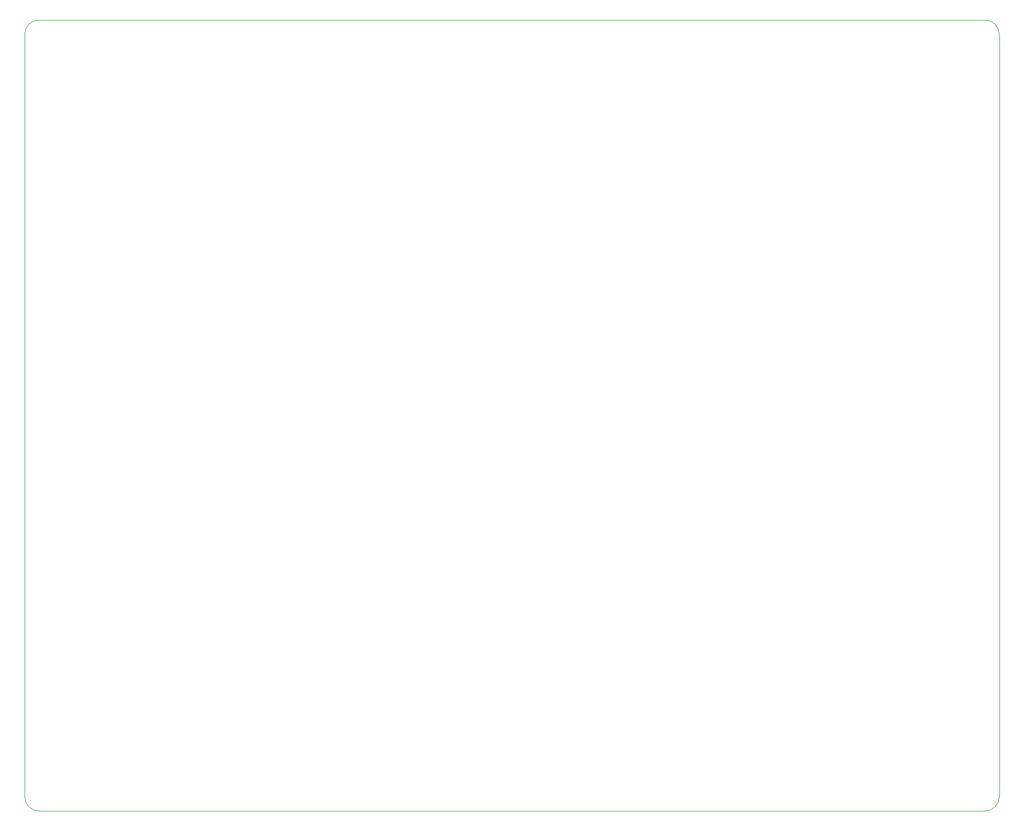
<source format=gbr>
%TF.GenerationSoftware,KiCad,Pcbnew,(7.0.0)*%
%TF.CreationDate,2023-04-09T14:25:35-07:00*%
%TF.ProjectId,SidecarXE85-keyboard,53696465-6361-4725-9845-38352d6b6579,rev?*%
%TF.SameCoordinates,Original*%
%TF.FileFunction,Profile,NP*%
%FSLAX46Y46*%
G04 Gerber Fmt 4.6, Leading zero omitted, Abs format (unit mm)*
G04 Created by KiCad (PCBNEW (7.0.0)) date 2023-04-09 14:25:35*
%MOMM*%
%LPD*%
G01*
G04 APERTURE LIST*
%TA.AperFunction,Profile*%
%ADD10C,0.100000*%
%TD*%
G04 APERTURE END LIST*
D10*
X185737500Y-161925000D02*
X26193750Y-161925000D01*
X185737500Y-28575000D02*
X26193750Y-28575000D01*
X188118750Y-30956250D02*
X188118750Y-159543750D01*
X23812500Y-159543750D02*
G75*
G03*
X26193750Y-161925000I2381250J0D01*
G01*
X188118800Y-30956250D02*
G75*
G03*
X185737500Y-28575000I-2381300J-50D01*
G01*
X23812500Y-159543750D02*
X23812500Y-30956250D01*
X26193750Y-28575000D02*
G75*
G03*
X23812500Y-30956250I0J-2381250D01*
G01*
X185737500Y-161924950D02*
G75*
G03*
X188118750Y-159543750I0J2381250D01*
G01*
M02*

</source>
